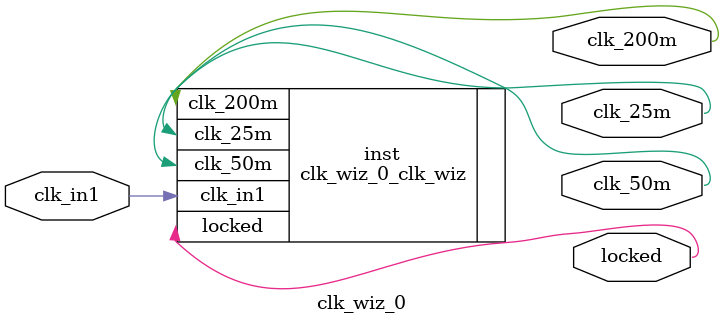
<source format=v>


`timescale 1ps/1ps

(* CORE_GENERATION_INFO = "clk_wiz_0,clk_wiz_v6_0_11_0_0,{component_name=clk_wiz_0,use_phase_alignment=true,use_min_o_jitter=false,use_max_i_jitter=false,use_dyn_phase_shift=false,use_inclk_switchover=false,use_dyn_reconfig=false,enable_axi=0,feedback_source=FDBK_AUTO,PRIMITIVE=MMCM,num_out_clk=3,clkin1_period=20.000,clkin2_period=10.0,use_power_down=false,use_reset=false,use_locked=true,use_inclk_stopped=false,feedback_type=SINGLE,CLOCK_MGR_TYPE=NA,manual_override=false}" *)

module clk_wiz_0 
 (
  // Clock out ports
  output        clk_50m,
  output        clk_25m,
  output        clk_200m,
  // Status and control signals
  output        locked,
 // Clock in ports
  input         clk_in1
 );

  clk_wiz_0_clk_wiz inst
  (
  // Clock out ports  
  .clk_50m(clk_50m),
  .clk_25m(clk_25m),
  .clk_200m(clk_200m),
  // Status and control signals               
  .locked(locked),
 // Clock in ports
  .clk_in1(clk_in1)
  );

endmodule

</source>
